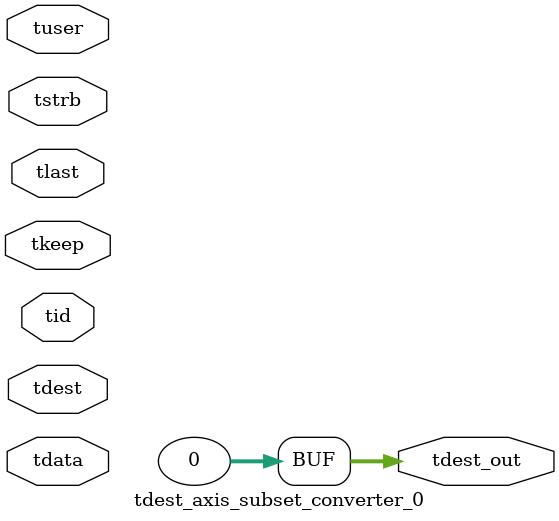
<source format=v>


`timescale 1ps/1ps

module tdest_axis_subset_converter_0 #
(
parameter C_S_AXIS_TDATA_WIDTH = 32,
parameter C_S_AXIS_TUSER_WIDTH = 0,
parameter C_S_AXIS_TID_WIDTH   = 0,
parameter C_S_AXIS_TDEST_WIDTH = 0,
parameter C_M_AXIS_TDEST_WIDTH = 32
)
(
input  [(C_S_AXIS_TDATA_WIDTH == 0 ? 1 : C_S_AXIS_TDATA_WIDTH)-1:0     ] tdata,
input  [(C_S_AXIS_TUSER_WIDTH == 0 ? 1 : C_S_AXIS_TUSER_WIDTH)-1:0     ] tuser,
input  [(C_S_AXIS_TID_WIDTH   == 0 ? 1 : C_S_AXIS_TID_WIDTH)-1:0       ] tid,
input  [(C_S_AXIS_TDEST_WIDTH == 0 ? 1 : C_S_AXIS_TDEST_WIDTH)-1:0     ] tdest,
input  [(C_S_AXIS_TDATA_WIDTH/8)-1:0 ] tkeep,
input  [(C_S_AXIS_TDATA_WIDTH/8)-1:0 ] tstrb,
input                                                                    tlast,
output [C_M_AXIS_TDEST_WIDTH-1:0] tdest_out
);

assign tdest_out = {1'b0};

endmodule


</source>
